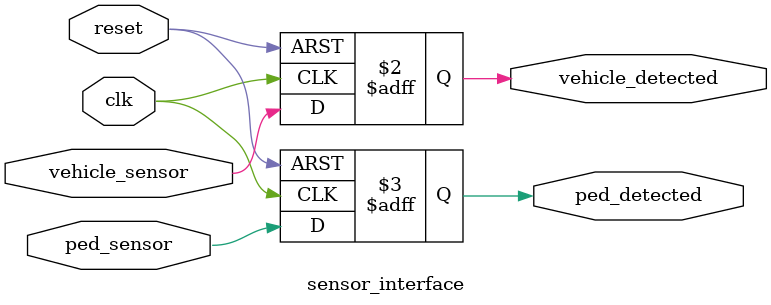
<source format=v>
module sensor_interface (
    input wire clk,            // System clock
    input wire reset,          // Reset signal
    input wire vehicle_sensor, // Sensor detects vehicle
    input wire ped_sensor,     // Sensor detects pedestrian
    output reg vehicle_detected,
    output reg ped_detected
);

    always @(posedge clk or posedge reset) begin
        if (reset) begin
            vehicle_detected <= 0;
            ped_detected <= 0;
        end else begin
            vehicle_detected <= vehicle_sensor;
            ped_detected <= ped_sensor;
        end
    end

endmodule


</source>
